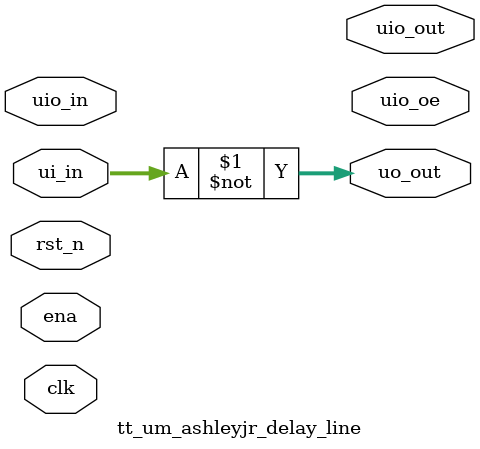
<source format=sv>
module tt_um_ashleyjr_delay_line(
    input  wire [7:0] ui_in,    // Dedicated inputs
    output wire [7:0] uo_out,   // Dedicated outputs
    input  wire [7:0] uio_in,   // IOs: Input path
    output wire [7:0] uio_out,  // IOs: Output path
    output wire [7:0] uio_oe,   // IOs: Enable path (active high: 0=input, 1=output)
    input  wire       ena,      // will go high when the design is enabled
    input  wire       clk,      // clock
    input  wire       rst_n     // reset_n - low to reset
);

   assign uo_out = ~ui_in;

endmodule

</source>
